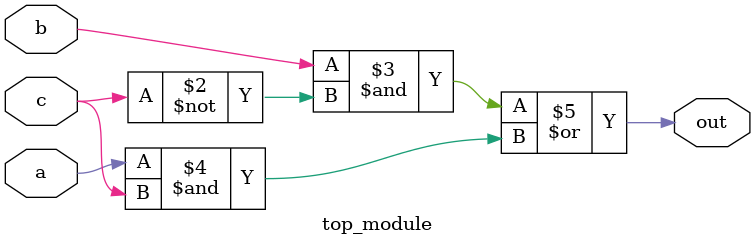
<source format=sv>
module top_module(
    input a, 
    input b,
    input c,
    output reg out
);

always @(*) begin
    out = (b & ~c) | (a & c);
end

endmodule

</source>
